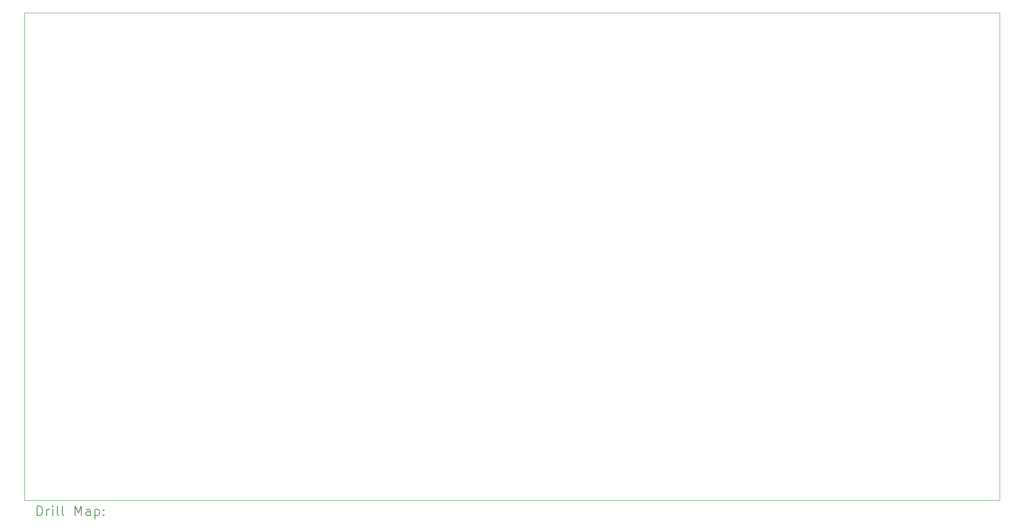
<source format=gbr>
%FSLAX45Y45*%
G04 Gerber Fmt 4.5, Leading zero omitted, Abs format (unit mm)*
G04 Created by KiCad (PCBNEW 6.0.2-378541a8eb~116~ubuntu20.04.1) date 2022-04-18 14:06:03*
%MOMM*%
%LPD*%
G01*
G04 APERTURE LIST*
%TA.AperFunction,Profile*%
%ADD10C,0.050000*%
%TD*%
%ADD11C,0.200000*%
G04 APERTURE END LIST*
D10*
X5000000Y-15000000D02*
X5000000Y-5000000D01*
X25000000Y-5000000D02*
X25000000Y-15000000D01*
X25000000Y-15000000D02*
X5000000Y-15000000D01*
X5000000Y-5000000D02*
X25000000Y-5000000D01*
D11*
X5255119Y-15312976D02*
X5255119Y-15112976D01*
X5302738Y-15112976D01*
X5331310Y-15122500D01*
X5350357Y-15141548D01*
X5359881Y-15160595D01*
X5369405Y-15198690D01*
X5369405Y-15227262D01*
X5359881Y-15265357D01*
X5350357Y-15284405D01*
X5331310Y-15303452D01*
X5302738Y-15312976D01*
X5255119Y-15312976D01*
X5455119Y-15312976D02*
X5455119Y-15179643D01*
X5455119Y-15217738D02*
X5464643Y-15198690D01*
X5474167Y-15189167D01*
X5493214Y-15179643D01*
X5512262Y-15179643D01*
X5578929Y-15312976D02*
X5578929Y-15179643D01*
X5578929Y-15112976D02*
X5569405Y-15122500D01*
X5578929Y-15132024D01*
X5588452Y-15122500D01*
X5578929Y-15112976D01*
X5578929Y-15132024D01*
X5702738Y-15312976D02*
X5683690Y-15303452D01*
X5674167Y-15284405D01*
X5674167Y-15112976D01*
X5807500Y-15312976D02*
X5788452Y-15303452D01*
X5778928Y-15284405D01*
X5778928Y-15112976D01*
X6036071Y-15312976D02*
X6036071Y-15112976D01*
X6102738Y-15255833D01*
X6169405Y-15112976D01*
X6169405Y-15312976D01*
X6350357Y-15312976D02*
X6350357Y-15208214D01*
X6340833Y-15189167D01*
X6321786Y-15179643D01*
X6283690Y-15179643D01*
X6264643Y-15189167D01*
X6350357Y-15303452D02*
X6331309Y-15312976D01*
X6283690Y-15312976D01*
X6264643Y-15303452D01*
X6255119Y-15284405D01*
X6255119Y-15265357D01*
X6264643Y-15246309D01*
X6283690Y-15236786D01*
X6331309Y-15236786D01*
X6350357Y-15227262D01*
X6445595Y-15179643D02*
X6445595Y-15379643D01*
X6445595Y-15189167D02*
X6464643Y-15179643D01*
X6502738Y-15179643D01*
X6521786Y-15189167D01*
X6531309Y-15198690D01*
X6540833Y-15217738D01*
X6540833Y-15274881D01*
X6531309Y-15293928D01*
X6521786Y-15303452D01*
X6502738Y-15312976D01*
X6464643Y-15312976D01*
X6445595Y-15303452D01*
X6626548Y-15293928D02*
X6636071Y-15303452D01*
X6626548Y-15312976D01*
X6617024Y-15303452D01*
X6626548Y-15293928D01*
X6626548Y-15312976D01*
X6626548Y-15189167D02*
X6636071Y-15198690D01*
X6626548Y-15208214D01*
X6617024Y-15198690D01*
X6626548Y-15189167D01*
X6626548Y-15208214D01*
M02*

</source>
